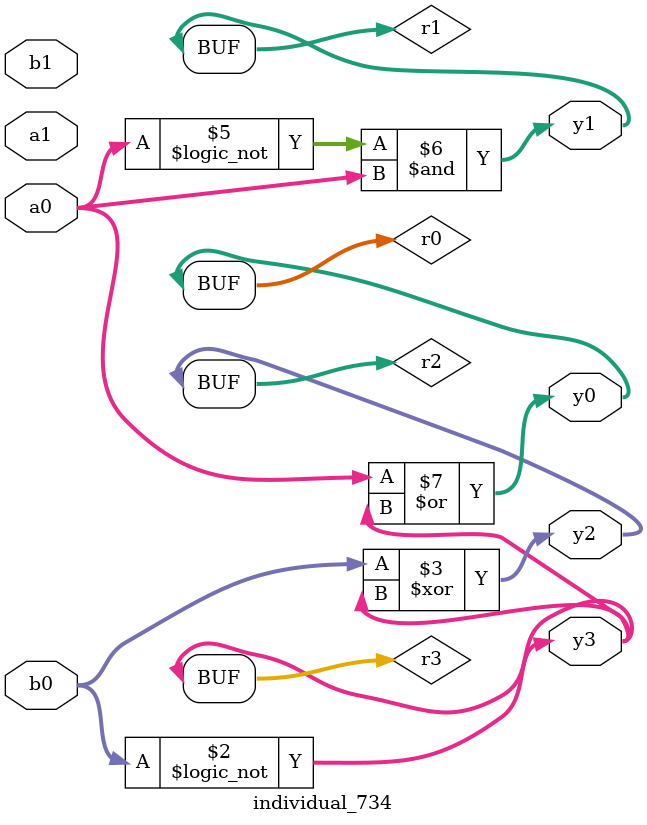
<source format=sv>
module individual_734(input logic [15:0] a1, input logic [15:0] a0, input logic [15:0] b1, input logic [15:0] b0, output logic [15:0] y3, output logic [15:0] y2, output logic [15:0] y1, output logic [15:0] y0);
logic [15:0] r0, r1, r2, r3; 
 always@(*) begin 
	 r0 = a0; r1 = a1; r2 = b0; r3 = b1; 
 	 r3 = ! b0 ;
 	 r2  ^=  r3 ;
 	 r1  ^=  a0 ;
 	 r1 = ! r0 ;
 	 r1  &=  a0 ;
 	 r0  |=  r3 ;
 	 y3 = r3; y2 = r2; y1 = r1; y0 = r0; 
end
endmodule
</source>
